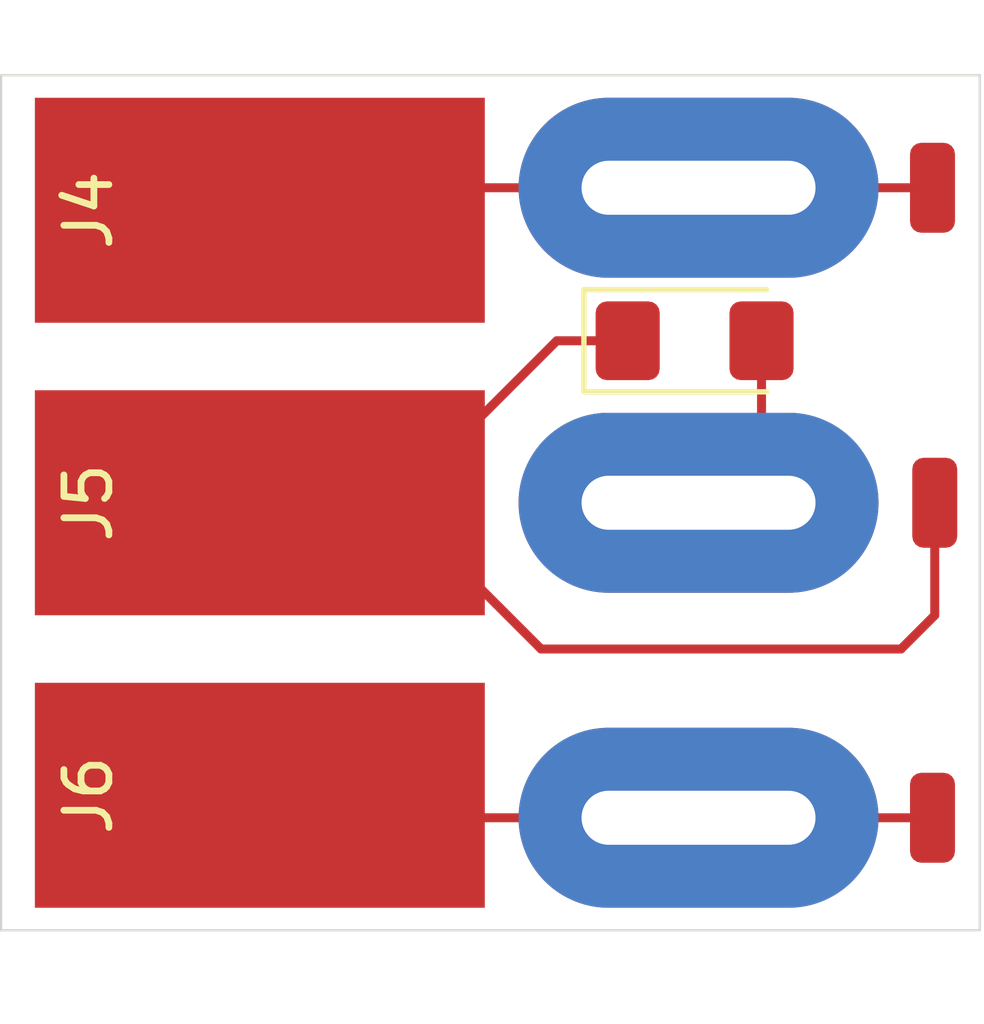
<source format=kicad_pcb>
(kicad_pcb (version 20240108) (generator "pcbnew") (generator_version "8.0")
  (layers (0 "F.Cu" signal) (31 "B.Cu" signal) (34 "B.Paste" user) (35 "F.Paste" user) (36 "B.SilkS" user "B.Silkscreen") (37 "F.SilkS" user "F.Silkscreen") (38 "B.Mask" user) (39 "F.Mask" user) (44 "Edge.Cuts" user))
  (net 0 "")
  (net 1 "Net-(D1-K)")
  (net 2 "Net-(D1-A)")
  (net 3 "Net-(J1-Pin_1)")
  (net 4 "Net-(J3-Pin_1)")
  (footprint "Connector_Wire:SolderWirePad_1x01_SMD_5x10mm" (layer "F.Cu") (at 90.25 70.5 90)
    (property "Reference" "J5" (at 0 -3.81 90) (layer "F.SilkS"))
    (property "Value" "Conn_01x01")
    (pad "1" smd rect (at 0 0 90) (size 5 10) (layers "F.Cu" "F.Paste" "F.Mask") (net 1 "Net-(D1-K)"))
  )
  (footprint "Connector_Wire:SolderWirePad_1x01_SMD_5x10mm" (layer "F.Cu") (at 90.25 64 90)
    (property "Reference" "J4" (at 0 -3.81 90) (layer "F.SilkS"))
    (property "Value" "Conn_01x01")
    (pad "1" smd rect (at 0 0 90) (size 5 10) (layers "F.Cu" "F.Paste" "F.Mask") (net 3 "Net-(J1-Pin_1)"))
  )
  (footprint "Diode_SMD:D_1206_3216Metric_Pad1.42x1.75mm_HandSolder" (layer "F.Cu") (at 99.9125 66.9)
    (property "Reference" "D1" (hide yes))
    (property "Value" "1N4001" (hide yes))
    (fp_line (start -2.46 -1.135) (end -2.46 1.135) (stroke (width 0.12)) (layer "F.SilkS"))
    (fp_line (start -2.46 1.135) (end 1.6 1.135) (stroke (width 0.12)) (layer "F.SilkS"))
    (fp_line (start 1.6 -1.135) (end -2.46 -1.135) (stroke (width 0.12)) (layer "F.SilkS"))
    (pad "1" smd roundrect (at -1.4875 0) (size 1.425 1.75) (layers "F.Cu" "F.Paste" "F.Mask") (roundrect_rratio 0.175439) (net 1 "Net-(D1-K)"))
    (pad "2" smd roundrect (at 1.4875 0) (size 1.425 1.75) (layers "F.Cu" "F.Paste" "F.Mask") (roundrect_rratio 0.175439) (net 2 "Net-(D1-A)"))
  )
  (footprint "Connector_Wire:SolderWirePad_1x01_SMD_1x2mm" (layer "F.Cu") (at 105.25 70.5)
    (property "Reference" "J2" (hide yes))
    (property "Value" "Conn_01x01" (hide yes))
    (pad "1" smd roundrect (at 0 0) (size 1 2) (layers "F.Cu" "F.Paste" "F.Mask") (net 1 "Net-(D1-K)"))
  )
  (footprint "Connector_Wire:SolderWirePad_1x01_SMD_5x10mm" (layer "F.Cu") (at 90.25 77 90)
    (property "Reference" "J6" (at 0 -3.81 90) (layer "F.SilkS"))
    (property "Value" "Conn_01x01")
    (pad "1" smd rect (at 0 0 90) (size 5 10) (layers "F.Cu" "F.Paste" "F.Mask") (net 4 "Net-(J3-Pin_1)"))
  )
  (footprint "Connector_Wire:SolderWirePad_1x01_SMD_1x2mm" (layer "F.Cu") (at 105.2 63.5)
    (property "Reference" "J1" (hide yes))
    (property "Value" "Conn_01x01" (hide yes))
    (pad "1" smd roundrect (at 0 0) (size 1 2) (layers "F.Cu" "F.Paste" "F.Mask") (net 3 "Net-(J1-Pin_1)"))
  )
  (footprint "Connector_Wire:SolderWirePad_1x01_SMD_1x2mm" (layer "F.Cu") (at 105.2 77.5)
    (property "Reference" "J3" (hide yes))
    (property "Value" "Conn_01x01" (hide yes))
    (pad "1" smd roundrect (at 0 0) (size 1 2) (layers "F.Cu" "F.Paste" "F.Mask") (net 4 "Net-(J3-Pin_1)"))
  )
  (footprint "KCD1:KCD1-102" (layer "B.Cu") (at 100 70.5 180)
    (property "Reference" "SW1" (hide yes))
    (property "Value" "SW_SPDT")
    (pad "1" thru_hole oval (at 0 7 180) (size 8 4) (drill oval 5.2 1.2) (layers "*.Cu" "*.Mask") (net 3 "Net-(J1-Pin_1)"))
    (pad "2" thru_hole oval (at 0 0 180) (size 8 4) (drill oval 5.2 1.2) (layers "*.Cu" "*.Mask") (net 2 "Net-(D1-A)"))
    (pad "3" thru_hole oval (at 0 -7 180) (size 8 4) (drill oval 5.2 1.2) (layers "*.Cu" "*.Mask") (net 4 "Net-(J3-Pin_1)"))
  )
  (gr_line (start 84.5 61) (end 106.25 61) (stroke (width 0.05)) (layer "Edge.Cuts"))
  (gr_line (start 106.25 61) (end 106.25 80) (stroke (width 0.05)) (layer "Edge.Cuts"))
  (gr_line (start 84.5 80) (end 84.5 61) (stroke (width 0.05)) (layer "Edge.Cuts"))
  (gr_line (start 106.25 80) (end 84.5 80) (stroke (width 0.05)) (layer "Edge.Cuts"))
  (segment (start 104.5 73.75) (end 105.25 73) (width 0.2) (layer "F.Cu") (net 1))
  (segment (start 96.85 66.9) (end 93.25 70.5) (width 0.2) (layer "F.Cu") (net 1))
  (segment (start 98.425 66.9) (end 96.85 66.9) (width 0.2) (layer "F.Cu") (net 1))
  (segment (start 93.25 70.5) (end 96.5 73.75) (width 0.2) (layer "F.Cu") (net 1))
  (segment (start 93.25 70.5) (end 90.25 70.5) (width 0.2) (layer "F.Cu") (net 1))
  (segment (start 96.5 73.75) (end 104.5 73.75) (width 0.2) (layer "F.Cu") (net 1))
  (segment (start 105.25 73) (end 105.25 70.5) (width 0.2) (layer "F.Cu") (net 1))
  (segment (start 101.4 69.1) (end 100 70.5) (width 0.2) (layer "F.Cu") (net 2))
  (segment (start 101.4 66.9) (end 101.4 69.1) (width 0.2) (layer "F.Cu") (net 2))
  (segment (start 105.2 63.5) (end 100 63.5) (width 0.2) (layer "F.Cu") (net 3))
  (segment (start 90.75 63.5) (end 90.25 64) (width 0.2) (layer "F.Cu") (net 3))
  (segment (start 100 63.5) (end 90.75 63.5) (width 0.2) (layer "F.Cu") (net 3))
  (segment (start 90.75 77.5) (end 90.25 77) (width 0.2) (layer "F.Cu") (net 4))
  (segment (start 100 77.5) (end 90.75 77.5) (width 0.2) (layer "F.Cu") (net 4))
  (segment (start 105.2 77.5) (end 100 77.5) (width 0.2) (layer "F.Cu") (net 4))
)
</source>
